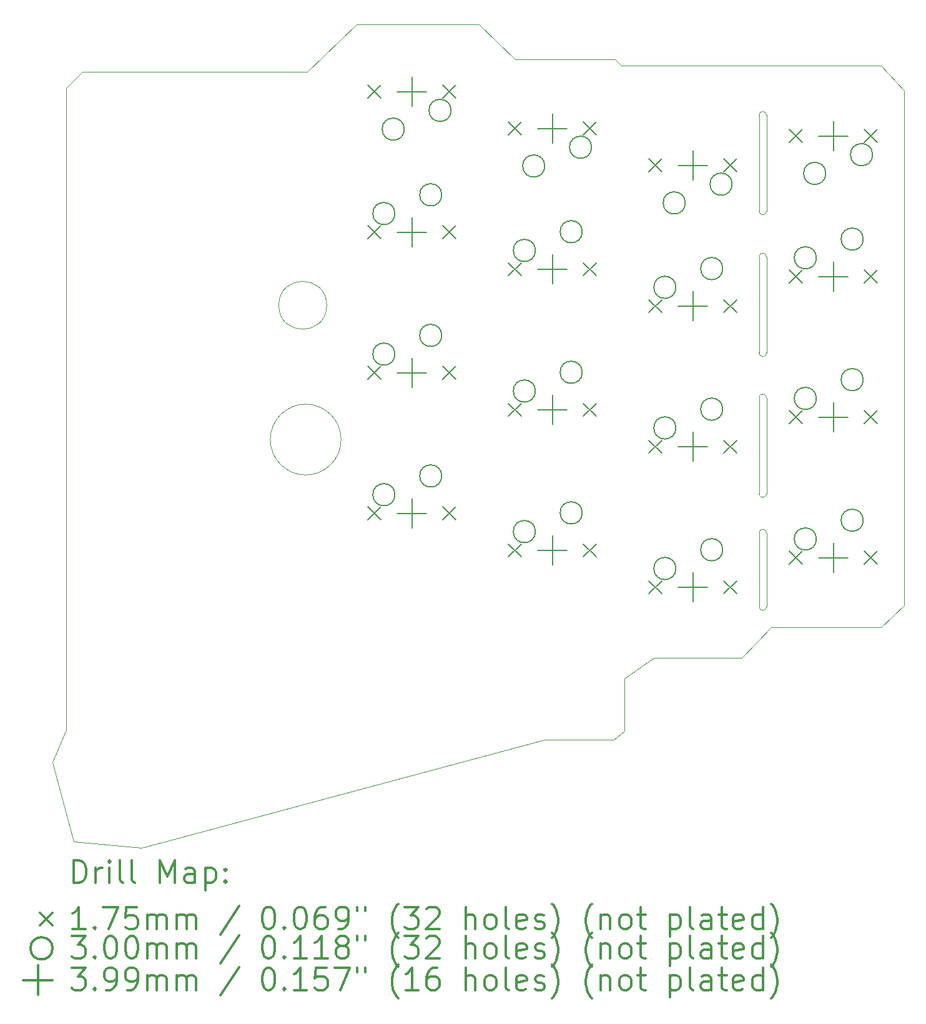
<source format=gbr>
%FSLAX45Y45*%
G04 Gerber Fmt 4.5, Leading zero omitted, Abs format (unit mm)*
G04 Created by KiCad (PCBNEW (5.1.4)-1) date 2023-02-11 17:22:01*
%MOMM*%
%LPD*%
G04 APERTURE LIST*
%ADD10C,0.050000*%
%ADD11C,0.200000*%
%ADD12C,0.300000*%
G04 APERTURE END LIST*
D10*
X24316202Y-57656032D02*
X24711202Y-57241032D01*
X15258251Y-60144663D02*
X14970438Y-59068483D01*
X19091203Y-49066032D02*
X20746203Y-49066032D01*
X21661203Y-58761032D02*
X22581202Y-58761032D01*
X15258251Y-60144663D02*
X16180391Y-60230918D01*
X21661203Y-58761032D02*
X21641203Y-58761032D01*
X26511202Y-56941032D02*
X26201202Y-57241032D01*
X15152190Y-49930639D02*
X15371203Y-49716032D01*
X18421203Y-49716032D02*
X15371203Y-49716032D01*
X22721202Y-58641032D02*
X22581202Y-58761032D01*
X24731202Y-57241032D02*
X24711202Y-57241032D01*
X26201202Y-49626032D02*
X22861202Y-49626032D01*
X21241203Y-49541032D02*
X22596202Y-49541032D01*
X15150249Y-58623435D02*
X14970438Y-59068483D01*
X24648000Y-50298000D02*
X24648000Y-51600000D01*
X24648000Y-51600000D02*
G75*
G02X24548000Y-51600000I-50000J0D01*
G01*
X24650000Y-56960000D02*
G75*
G02X24550000Y-56960000I-50000J0D01*
G01*
X24548000Y-52218000D02*
X24548000Y-53520000D01*
X24548000Y-54128000D02*
G75*
G02X24648000Y-54128000I50000J0D01*
G01*
X22861202Y-49626032D02*
X22681202Y-49626032D01*
X26511202Y-49966032D02*
X26511202Y-56941032D01*
X22721202Y-58641032D02*
X22721202Y-57931032D01*
X24648000Y-54128000D02*
X24648000Y-55430000D01*
X19091203Y-49066032D02*
X18421203Y-49716032D01*
X24648000Y-53520000D02*
G75*
G02X24548000Y-53520000I-50000J0D01*
G01*
X21241203Y-49541032D02*
X20746203Y-49066032D01*
X24316202Y-57656032D02*
X23121202Y-57656032D01*
X24648000Y-52218000D02*
X24648000Y-53520000D01*
X24650000Y-55960000D02*
X24650000Y-56960000D01*
X18880000Y-54695000D02*
G75*
G03X18880000Y-54695000I-480000J0D01*
G01*
X24550000Y-55960000D02*
G75*
G02X24650000Y-55960000I50000J0D01*
G01*
X21641203Y-58761032D02*
X16180391Y-60230918D01*
X22596202Y-49541032D02*
X22681202Y-49626032D01*
X26201202Y-49626032D02*
X26511202Y-49966032D01*
X24911202Y-57241032D02*
X26201202Y-57241032D01*
X24550000Y-55960000D02*
X24550000Y-56960000D01*
X24548000Y-54128000D02*
X24548000Y-55430000D01*
X24548000Y-50298000D02*
G75*
G02X24648000Y-50298000I50000J0D01*
G01*
X15150249Y-58623435D02*
X15152190Y-49930639D01*
X24648000Y-55430000D02*
G75*
G02X24548000Y-55430000I-50000J0D01*
G01*
X18685000Y-52875000D02*
G75*
G03X18685000Y-52875000I-325000J0D01*
G01*
X22721202Y-57931032D02*
X23121202Y-57656032D01*
X24548000Y-50298000D02*
X24548000Y-51600000D01*
X24548000Y-52218000D02*
G75*
G02X24648000Y-52218000I50000J0D01*
G01*
X24731202Y-57241032D02*
X24911202Y-57241032D01*
D11*
X21150703Y-56108532D02*
X21325703Y-56283532D01*
X21325703Y-56108532D02*
X21150703Y-56283532D01*
X22166703Y-56108532D02*
X22341703Y-56283532D01*
X22341703Y-56108532D02*
X22166703Y-56283532D01*
X19245703Y-55608532D02*
X19420703Y-55783532D01*
X19420703Y-55608532D02*
X19245703Y-55783532D01*
X20261703Y-55608532D02*
X20436703Y-55783532D01*
X20436703Y-55608532D02*
X20261703Y-55783532D01*
X24960702Y-54303532D02*
X25135702Y-54478532D01*
X25135702Y-54303532D02*
X24960702Y-54478532D01*
X25976702Y-54303532D02*
X26151702Y-54478532D01*
X26151702Y-54303532D02*
X25976702Y-54478532D01*
X19245703Y-51798532D02*
X19420703Y-51973532D01*
X19420703Y-51798532D02*
X19245703Y-51973532D01*
X20261703Y-51798532D02*
X20436703Y-51973532D01*
X20436703Y-51798532D02*
X20261703Y-51973532D01*
X21150703Y-50392500D02*
X21325703Y-50567500D01*
X21325703Y-50392500D02*
X21150703Y-50567500D01*
X22166703Y-50392500D02*
X22341703Y-50567500D01*
X22341703Y-50392500D02*
X22166703Y-50567500D01*
X24960702Y-52398532D02*
X25135702Y-52573532D01*
X25135702Y-52398532D02*
X24960702Y-52573532D01*
X25976702Y-52398532D02*
X26151702Y-52573532D01*
X26151702Y-52398532D02*
X25976702Y-52573532D01*
X24960702Y-56208532D02*
X25135702Y-56383532D01*
X25135702Y-56208532D02*
X24960702Y-56383532D01*
X25976702Y-56208532D02*
X26151702Y-56383532D01*
X26151702Y-56208532D02*
X25976702Y-56383532D01*
X21150703Y-54203532D02*
X21325703Y-54378532D01*
X21325703Y-54203532D02*
X21150703Y-54378532D01*
X22166703Y-54203532D02*
X22341703Y-54378532D01*
X22341703Y-54203532D02*
X22166703Y-54378532D01*
X23055702Y-56608532D02*
X23230702Y-56783532D01*
X23230702Y-56608532D02*
X23055702Y-56783532D01*
X24071702Y-56608532D02*
X24246702Y-56783532D01*
X24246702Y-56608532D02*
X24071702Y-56783532D01*
X24960702Y-50492500D02*
X25135702Y-50667500D01*
X25135702Y-50492500D02*
X24960702Y-50667500D01*
X25976702Y-50492500D02*
X26151702Y-50667500D01*
X26151702Y-50492500D02*
X25976702Y-50667500D01*
X21150703Y-52298532D02*
X21325703Y-52473532D01*
X21325703Y-52298532D02*
X21150703Y-52473532D01*
X22166703Y-52298532D02*
X22341703Y-52473532D01*
X22341703Y-52298532D02*
X22166703Y-52473532D01*
X23055703Y-54703532D02*
X23230703Y-54878532D01*
X23230703Y-54703532D02*
X23055703Y-54878532D01*
X24071703Y-54703532D02*
X24246703Y-54878532D01*
X24246703Y-54703532D02*
X24071703Y-54878532D01*
X19245703Y-49892500D02*
X19420703Y-50067500D01*
X19420703Y-49892500D02*
X19245703Y-50067500D01*
X20261703Y-49892500D02*
X20436703Y-50067500D01*
X20436703Y-49892500D02*
X20261703Y-50067500D01*
X23055702Y-52798532D02*
X23230702Y-52973532D01*
X23230702Y-52798532D02*
X23055702Y-52973532D01*
X24071702Y-52798532D02*
X24246702Y-52973532D01*
X24246702Y-52798532D02*
X24071702Y-52973532D01*
X23055702Y-50892500D02*
X23230702Y-51067500D01*
X23230702Y-50892500D02*
X23055702Y-51067500D01*
X24071702Y-50892500D02*
X24246702Y-51067500D01*
X24246702Y-50892500D02*
X24071702Y-51067500D01*
X19245703Y-53703532D02*
X19420703Y-53878532D01*
X19420703Y-53703532D02*
X19245703Y-53878532D01*
X20261703Y-53703532D02*
X20436703Y-53878532D01*
X20436703Y-53703532D02*
X20261703Y-53878532D01*
X21515203Y-55942032D02*
G75*
G03X21515203Y-55942032I-150000J0D01*
G01*
X22150203Y-55688032D02*
G75*
G03X22150203Y-55688032I-150000J0D01*
G01*
X19610203Y-55442032D02*
G75*
G03X19610203Y-55442032I-150000J0D01*
G01*
X20245203Y-55188032D02*
G75*
G03X20245203Y-55188032I-150000J0D01*
G01*
X25325202Y-54137032D02*
G75*
G03X25325202Y-54137032I-150000J0D01*
G01*
X25960202Y-53883032D02*
G75*
G03X25960202Y-53883032I-150000J0D01*
G01*
X19610203Y-51632032D02*
G75*
G03X19610203Y-51632032I-150000J0D01*
G01*
X20245203Y-51378032D02*
G75*
G03X20245203Y-51378032I-150000J0D01*
G01*
X21642203Y-50988000D02*
G75*
G03X21642203Y-50988000I-150000J0D01*
G01*
X22277203Y-50734000D02*
G75*
G03X22277203Y-50734000I-150000J0D01*
G01*
X25325202Y-52232032D02*
G75*
G03X25325202Y-52232032I-150000J0D01*
G01*
X25960202Y-51978032D02*
G75*
G03X25960202Y-51978032I-150000J0D01*
G01*
X25325202Y-56042032D02*
G75*
G03X25325202Y-56042032I-150000J0D01*
G01*
X25960202Y-55788032D02*
G75*
G03X25960202Y-55788032I-150000J0D01*
G01*
X21515203Y-54037032D02*
G75*
G03X21515203Y-54037032I-150000J0D01*
G01*
X22150203Y-53783032D02*
G75*
G03X22150203Y-53783032I-150000J0D01*
G01*
X23420202Y-56442032D02*
G75*
G03X23420202Y-56442032I-150000J0D01*
G01*
X24055202Y-56188032D02*
G75*
G03X24055202Y-56188032I-150000J0D01*
G01*
X25452202Y-51088000D02*
G75*
G03X25452202Y-51088000I-150000J0D01*
G01*
X26087202Y-50834000D02*
G75*
G03X26087202Y-50834000I-150000J0D01*
G01*
X21515203Y-52132032D02*
G75*
G03X21515203Y-52132032I-150000J0D01*
G01*
X22150203Y-51878032D02*
G75*
G03X22150203Y-51878032I-150000J0D01*
G01*
X23420203Y-54537032D02*
G75*
G03X23420203Y-54537032I-150000J0D01*
G01*
X24055203Y-54283032D02*
G75*
G03X24055203Y-54283032I-150000J0D01*
G01*
X19737203Y-50488000D02*
G75*
G03X19737203Y-50488000I-150000J0D01*
G01*
X20372203Y-50234000D02*
G75*
G03X20372203Y-50234000I-150000J0D01*
G01*
X23420202Y-52632032D02*
G75*
G03X23420202Y-52632032I-150000J0D01*
G01*
X24055202Y-52378032D02*
G75*
G03X24055202Y-52378032I-150000J0D01*
G01*
X23547202Y-51488000D02*
G75*
G03X23547202Y-51488000I-150000J0D01*
G01*
X24182202Y-51234000D02*
G75*
G03X24182202Y-51234000I-150000J0D01*
G01*
X19610203Y-53537032D02*
G75*
G03X19610203Y-53537032I-150000J0D01*
G01*
X20245203Y-53283032D02*
G75*
G03X20245203Y-53283032I-150000J0D01*
G01*
X21746203Y-52186642D02*
X21746203Y-52585422D01*
X21546813Y-52386032D02*
X21945593Y-52386032D01*
X23651203Y-54591642D02*
X23651203Y-54990422D01*
X23451813Y-54791032D02*
X23850593Y-54791032D01*
X19841203Y-49780610D02*
X19841203Y-50179390D01*
X19641813Y-49980000D02*
X20040593Y-49980000D01*
X23651202Y-52686642D02*
X23651202Y-53085422D01*
X23451812Y-52886032D02*
X23850592Y-52886032D01*
X23651202Y-50780610D02*
X23651202Y-51179390D01*
X23451812Y-50980000D02*
X23850592Y-50980000D01*
X19841203Y-53591642D02*
X19841203Y-53990422D01*
X19641813Y-53791032D02*
X20040593Y-53791032D01*
X21746203Y-55996642D02*
X21746203Y-56395422D01*
X21546813Y-56196032D02*
X21945593Y-56196032D01*
X19841203Y-55496642D02*
X19841203Y-55895422D01*
X19641813Y-55696032D02*
X20040593Y-55696032D01*
X25556202Y-54191642D02*
X25556202Y-54590422D01*
X25356812Y-54391032D02*
X25755592Y-54391032D01*
X19841203Y-51686642D02*
X19841203Y-52085422D01*
X19641813Y-51886032D02*
X20040593Y-51886032D01*
X21746203Y-50280610D02*
X21746203Y-50679390D01*
X21546813Y-50480000D02*
X21945593Y-50480000D01*
X25556202Y-52286642D02*
X25556202Y-52685422D01*
X25356812Y-52486032D02*
X25755592Y-52486032D01*
X25556202Y-56096642D02*
X25556202Y-56495422D01*
X25356812Y-56296032D02*
X25755592Y-56296032D01*
X21746203Y-54091642D02*
X21746203Y-54490422D01*
X21546813Y-54291032D02*
X21945593Y-54291032D01*
X23651202Y-56496642D02*
X23651202Y-56895422D01*
X23451812Y-56696032D02*
X23850592Y-56696032D01*
X25556202Y-50380610D02*
X25556202Y-50779390D01*
X25356812Y-50580000D02*
X25755592Y-50580000D01*
D12*
X15254366Y-60699133D02*
X15254366Y-60399133D01*
X15325795Y-60399133D01*
X15368652Y-60413419D01*
X15397223Y-60441990D01*
X15411509Y-60470561D01*
X15425795Y-60527704D01*
X15425795Y-60570561D01*
X15411509Y-60627704D01*
X15397223Y-60656276D01*
X15368652Y-60684847D01*
X15325795Y-60699133D01*
X15254366Y-60699133D01*
X15554366Y-60699133D02*
X15554366Y-60499133D01*
X15554366Y-60556276D02*
X15568652Y-60527704D01*
X15582938Y-60513419D01*
X15611509Y-60499133D01*
X15640080Y-60499133D01*
X15740080Y-60699133D02*
X15740080Y-60499133D01*
X15740080Y-60399133D02*
X15725795Y-60413419D01*
X15740080Y-60427704D01*
X15754366Y-60413419D01*
X15740080Y-60399133D01*
X15740080Y-60427704D01*
X15925795Y-60699133D02*
X15897223Y-60684847D01*
X15882938Y-60656276D01*
X15882938Y-60399133D01*
X16082938Y-60699133D02*
X16054366Y-60684847D01*
X16040080Y-60656276D01*
X16040080Y-60399133D01*
X16425795Y-60699133D02*
X16425795Y-60399133D01*
X16525795Y-60613419D01*
X16625795Y-60399133D01*
X16625795Y-60699133D01*
X16897223Y-60699133D02*
X16897223Y-60541990D01*
X16882938Y-60513419D01*
X16854366Y-60499133D01*
X16797223Y-60499133D01*
X16768652Y-60513419D01*
X16897223Y-60684847D02*
X16868652Y-60699133D01*
X16797223Y-60699133D01*
X16768652Y-60684847D01*
X16754366Y-60656276D01*
X16754366Y-60627704D01*
X16768652Y-60599133D01*
X16797223Y-60584847D01*
X16868652Y-60584847D01*
X16897223Y-60570561D01*
X17040081Y-60499133D02*
X17040081Y-60799133D01*
X17040081Y-60513419D02*
X17068652Y-60499133D01*
X17125795Y-60499133D01*
X17154366Y-60513419D01*
X17168652Y-60527704D01*
X17182938Y-60556276D01*
X17182938Y-60641990D01*
X17168652Y-60670561D01*
X17154366Y-60684847D01*
X17125795Y-60699133D01*
X17068652Y-60699133D01*
X17040081Y-60684847D01*
X17311509Y-60670561D02*
X17325795Y-60684847D01*
X17311509Y-60699133D01*
X17297223Y-60684847D01*
X17311509Y-60670561D01*
X17311509Y-60699133D01*
X17311509Y-60513419D02*
X17325795Y-60527704D01*
X17311509Y-60541990D01*
X17297223Y-60527704D01*
X17311509Y-60513419D01*
X17311509Y-60541990D01*
X14792938Y-61105919D02*
X14967938Y-61280919D01*
X14967938Y-61105919D02*
X14792938Y-61280919D01*
X15411509Y-61329133D02*
X15240080Y-61329133D01*
X15325795Y-61329133D02*
X15325795Y-61029133D01*
X15297223Y-61071990D01*
X15268652Y-61100561D01*
X15240080Y-61114847D01*
X15540080Y-61300561D02*
X15554366Y-61314847D01*
X15540080Y-61329133D01*
X15525795Y-61314847D01*
X15540080Y-61300561D01*
X15540080Y-61329133D01*
X15654366Y-61029133D02*
X15854366Y-61029133D01*
X15725795Y-61329133D01*
X16111509Y-61029133D02*
X15968652Y-61029133D01*
X15954366Y-61171990D01*
X15968652Y-61157704D01*
X15997223Y-61143419D01*
X16068652Y-61143419D01*
X16097223Y-61157704D01*
X16111509Y-61171990D01*
X16125795Y-61200561D01*
X16125795Y-61271990D01*
X16111509Y-61300561D01*
X16097223Y-61314847D01*
X16068652Y-61329133D01*
X15997223Y-61329133D01*
X15968652Y-61314847D01*
X15954366Y-61300561D01*
X16254366Y-61329133D02*
X16254366Y-61129133D01*
X16254366Y-61157704D02*
X16268652Y-61143419D01*
X16297223Y-61129133D01*
X16340080Y-61129133D01*
X16368652Y-61143419D01*
X16382938Y-61171990D01*
X16382938Y-61329133D01*
X16382938Y-61171990D02*
X16397223Y-61143419D01*
X16425795Y-61129133D01*
X16468652Y-61129133D01*
X16497223Y-61143419D01*
X16511509Y-61171990D01*
X16511509Y-61329133D01*
X16654366Y-61329133D02*
X16654366Y-61129133D01*
X16654366Y-61157704D02*
X16668652Y-61143419D01*
X16697223Y-61129133D01*
X16740080Y-61129133D01*
X16768652Y-61143419D01*
X16782938Y-61171990D01*
X16782938Y-61329133D01*
X16782938Y-61171990D02*
X16797223Y-61143419D01*
X16825795Y-61129133D01*
X16868652Y-61129133D01*
X16897223Y-61143419D01*
X16911509Y-61171990D01*
X16911509Y-61329133D01*
X17497223Y-61014847D02*
X17240081Y-61400561D01*
X17882938Y-61029133D02*
X17911509Y-61029133D01*
X17940081Y-61043419D01*
X17954366Y-61057704D01*
X17968652Y-61086276D01*
X17982938Y-61143419D01*
X17982938Y-61214847D01*
X17968652Y-61271990D01*
X17954366Y-61300561D01*
X17940081Y-61314847D01*
X17911509Y-61329133D01*
X17882938Y-61329133D01*
X17854366Y-61314847D01*
X17840081Y-61300561D01*
X17825795Y-61271990D01*
X17811509Y-61214847D01*
X17811509Y-61143419D01*
X17825795Y-61086276D01*
X17840081Y-61057704D01*
X17854366Y-61043419D01*
X17882938Y-61029133D01*
X18111509Y-61300561D02*
X18125795Y-61314847D01*
X18111509Y-61329133D01*
X18097223Y-61314847D01*
X18111509Y-61300561D01*
X18111509Y-61329133D01*
X18311509Y-61029133D02*
X18340081Y-61029133D01*
X18368652Y-61043419D01*
X18382938Y-61057704D01*
X18397223Y-61086276D01*
X18411509Y-61143419D01*
X18411509Y-61214847D01*
X18397223Y-61271990D01*
X18382938Y-61300561D01*
X18368652Y-61314847D01*
X18340081Y-61329133D01*
X18311509Y-61329133D01*
X18282938Y-61314847D01*
X18268652Y-61300561D01*
X18254366Y-61271990D01*
X18240081Y-61214847D01*
X18240081Y-61143419D01*
X18254366Y-61086276D01*
X18268652Y-61057704D01*
X18282938Y-61043419D01*
X18311509Y-61029133D01*
X18668652Y-61029133D02*
X18611509Y-61029133D01*
X18582938Y-61043419D01*
X18568652Y-61057704D01*
X18540081Y-61100561D01*
X18525795Y-61157704D01*
X18525795Y-61271990D01*
X18540081Y-61300561D01*
X18554366Y-61314847D01*
X18582938Y-61329133D01*
X18640081Y-61329133D01*
X18668652Y-61314847D01*
X18682938Y-61300561D01*
X18697223Y-61271990D01*
X18697223Y-61200561D01*
X18682938Y-61171990D01*
X18668652Y-61157704D01*
X18640081Y-61143419D01*
X18582938Y-61143419D01*
X18554366Y-61157704D01*
X18540081Y-61171990D01*
X18525795Y-61200561D01*
X18840081Y-61329133D02*
X18897223Y-61329133D01*
X18925795Y-61314847D01*
X18940081Y-61300561D01*
X18968652Y-61257704D01*
X18982938Y-61200561D01*
X18982938Y-61086276D01*
X18968652Y-61057704D01*
X18954366Y-61043419D01*
X18925795Y-61029133D01*
X18868652Y-61029133D01*
X18840081Y-61043419D01*
X18825795Y-61057704D01*
X18811509Y-61086276D01*
X18811509Y-61157704D01*
X18825795Y-61186276D01*
X18840081Y-61200561D01*
X18868652Y-61214847D01*
X18925795Y-61214847D01*
X18954366Y-61200561D01*
X18968652Y-61186276D01*
X18982938Y-61157704D01*
X19097223Y-61029133D02*
X19097223Y-61086276D01*
X19211509Y-61029133D02*
X19211509Y-61086276D01*
X19654366Y-61443419D02*
X19640081Y-61429133D01*
X19611509Y-61386276D01*
X19597223Y-61357704D01*
X19582938Y-61314847D01*
X19568652Y-61243419D01*
X19568652Y-61186276D01*
X19582938Y-61114847D01*
X19597223Y-61071990D01*
X19611509Y-61043419D01*
X19640081Y-61000561D01*
X19654366Y-60986276D01*
X19740081Y-61029133D02*
X19925795Y-61029133D01*
X19825795Y-61143419D01*
X19868652Y-61143419D01*
X19897223Y-61157704D01*
X19911509Y-61171990D01*
X19925795Y-61200561D01*
X19925795Y-61271990D01*
X19911509Y-61300561D01*
X19897223Y-61314847D01*
X19868652Y-61329133D01*
X19782938Y-61329133D01*
X19754366Y-61314847D01*
X19740081Y-61300561D01*
X20040081Y-61057704D02*
X20054366Y-61043419D01*
X20082938Y-61029133D01*
X20154366Y-61029133D01*
X20182938Y-61043419D01*
X20197223Y-61057704D01*
X20211509Y-61086276D01*
X20211509Y-61114847D01*
X20197223Y-61157704D01*
X20025795Y-61329133D01*
X20211509Y-61329133D01*
X20568652Y-61329133D02*
X20568652Y-61029133D01*
X20697223Y-61329133D02*
X20697223Y-61171990D01*
X20682938Y-61143419D01*
X20654366Y-61129133D01*
X20611509Y-61129133D01*
X20582938Y-61143419D01*
X20568652Y-61157704D01*
X20882938Y-61329133D02*
X20854366Y-61314847D01*
X20840081Y-61300561D01*
X20825795Y-61271990D01*
X20825795Y-61186276D01*
X20840081Y-61157704D01*
X20854366Y-61143419D01*
X20882938Y-61129133D01*
X20925795Y-61129133D01*
X20954366Y-61143419D01*
X20968652Y-61157704D01*
X20982938Y-61186276D01*
X20982938Y-61271990D01*
X20968652Y-61300561D01*
X20954366Y-61314847D01*
X20925795Y-61329133D01*
X20882938Y-61329133D01*
X21154366Y-61329133D02*
X21125795Y-61314847D01*
X21111509Y-61286276D01*
X21111509Y-61029133D01*
X21382938Y-61314847D02*
X21354366Y-61329133D01*
X21297223Y-61329133D01*
X21268652Y-61314847D01*
X21254366Y-61286276D01*
X21254366Y-61171990D01*
X21268652Y-61143419D01*
X21297223Y-61129133D01*
X21354366Y-61129133D01*
X21382938Y-61143419D01*
X21397223Y-61171990D01*
X21397223Y-61200561D01*
X21254366Y-61229133D01*
X21511509Y-61314847D02*
X21540081Y-61329133D01*
X21597223Y-61329133D01*
X21625795Y-61314847D01*
X21640081Y-61286276D01*
X21640081Y-61271990D01*
X21625795Y-61243419D01*
X21597223Y-61229133D01*
X21554366Y-61229133D01*
X21525795Y-61214847D01*
X21511509Y-61186276D01*
X21511509Y-61171990D01*
X21525795Y-61143419D01*
X21554366Y-61129133D01*
X21597223Y-61129133D01*
X21625795Y-61143419D01*
X21740081Y-61443419D02*
X21754366Y-61429133D01*
X21782938Y-61386276D01*
X21797223Y-61357704D01*
X21811509Y-61314847D01*
X21825795Y-61243419D01*
X21825795Y-61186276D01*
X21811509Y-61114847D01*
X21797223Y-61071990D01*
X21782938Y-61043419D01*
X21754366Y-61000561D01*
X21740081Y-60986276D01*
X22282938Y-61443419D02*
X22268652Y-61429133D01*
X22240081Y-61386276D01*
X22225795Y-61357704D01*
X22211509Y-61314847D01*
X22197223Y-61243419D01*
X22197223Y-61186276D01*
X22211509Y-61114847D01*
X22225795Y-61071990D01*
X22240081Y-61043419D01*
X22268652Y-61000561D01*
X22282938Y-60986276D01*
X22397223Y-61129133D02*
X22397223Y-61329133D01*
X22397223Y-61157704D02*
X22411509Y-61143419D01*
X22440080Y-61129133D01*
X22482938Y-61129133D01*
X22511509Y-61143419D01*
X22525795Y-61171990D01*
X22525795Y-61329133D01*
X22711509Y-61329133D02*
X22682938Y-61314847D01*
X22668652Y-61300561D01*
X22654366Y-61271990D01*
X22654366Y-61186276D01*
X22668652Y-61157704D01*
X22682938Y-61143419D01*
X22711509Y-61129133D01*
X22754366Y-61129133D01*
X22782938Y-61143419D01*
X22797223Y-61157704D01*
X22811509Y-61186276D01*
X22811509Y-61271990D01*
X22797223Y-61300561D01*
X22782938Y-61314847D01*
X22754366Y-61329133D01*
X22711509Y-61329133D01*
X22897223Y-61129133D02*
X23011509Y-61129133D01*
X22940080Y-61029133D02*
X22940080Y-61286276D01*
X22954366Y-61314847D01*
X22982938Y-61329133D01*
X23011509Y-61329133D01*
X23340080Y-61129133D02*
X23340080Y-61429133D01*
X23340080Y-61143419D02*
X23368652Y-61129133D01*
X23425795Y-61129133D01*
X23454366Y-61143419D01*
X23468652Y-61157704D01*
X23482938Y-61186276D01*
X23482938Y-61271990D01*
X23468652Y-61300561D01*
X23454366Y-61314847D01*
X23425795Y-61329133D01*
X23368652Y-61329133D01*
X23340080Y-61314847D01*
X23654366Y-61329133D02*
X23625795Y-61314847D01*
X23611509Y-61286276D01*
X23611509Y-61029133D01*
X23897223Y-61329133D02*
X23897223Y-61171990D01*
X23882938Y-61143419D01*
X23854366Y-61129133D01*
X23797223Y-61129133D01*
X23768652Y-61143419D01*
X23897223Y-61314847D02*
X23868652Y-61329133D01*
X23797223Y-61329133D01*
X23768652Y-61314847D01*
X23754366Y-61286276D01*
X23754366Y-61257704D01*
X23768652Y-61229133D01*
X23797223Y-61214847D01*
X23868652Y-61214847D01*
X23897223Y-61200561D01*
X23997223Y-61129133D02*
X24111509Y-61129133D01*
X24040080Y-61029133D02*
X24040080Y-61286276D01*
X24054366Y-61314847D01*
X24082938Y-61329133D01*
X24111509Y-61329133D01*
X24325795Y-61314847D02*
X24297223Y-61329133D01*
X24240080Y-61329133D01*
X24211509Y-61314847D01*
X24197223Y-61286276D01*
X24197223Y-61171990D01*
X24211509Y-61143419D01*
X24240080Y-61129133D01*
X24297223Y-61129133D01*
X24325795Y-61143419D01*
X24340080Y-61171990D01*
X24340080Y-61200561D01*
X24197223Y-61229133D01*
X24597223Y-61329133D02*
X24597223Y-61029133D01*
X24597223Y-61314847D02*
X24568652Y-61329133D01*
X24511509Y-61329133D01*
X24482938Y-61314847D01*
X24468652Y-61300561D01*
X24454366Y-61271990D01*
X24454366Y-61186276D01*
X24468652Y-61157704D01*
X24482938Y-61143419D01*
X24511509Y-61129133D01*
X24568652Y-61129133D01*
X24597223Y-61143419D01*
X24711509Y-61443419D02*
X24725795Y-61429133D01*
X24754366Y-61386276D01*
X24768652Y-61357704D01*
X24782938Y-61314847D01*
X24797223Y-61243419D01*
X24797223Y-61186276D01*
X24782938Y-61114847D01*
X24768652Y-61071990D01*
X24754366Y-61043419D01*
X24725795Y-61000561D01*
X24711509Y-60986276D01*
X14967938Y-61589419D02*
G75*
G03X14967938Y-61589419I-150000J0D01*
G01*
X15225795Y-61425133D02*
X15411509Y-61425133D01*
X15311509Y-61539419D01*
X15354366Y-61539419D01*
X15382938Y-61553704D01*
X15397223Y-61567990D01*
X15411509Y-61596561D01*
X15411509Y-61667990D01*
X15397223Y-61696561D01*
X15382938Y-61710847D01*
X15354366Y-61725133D01*
X15268652Y-61725133D01*
X15240080Y-61710847D01*
X15225795Y-61696561D01*
X15540080Y-61696561D02*
X15554366Y-61710847D01*
X15540080Y-61725133D01*
X15525795Y-61710847D01*
X15540080Y-61696561D01*
X15540080Y-61725133D01*
X15740080Y-61425133D02*
X15768652Y-61425133D01*
X15797223Y-61439419D01*
X15811509Y-61453704D01*
X15825795Y-61482276D01*
X15840080Y-61539419D01*
X15840080Y-61610847D01*
X15825795Y-61667990D01*
X15811509Y-61696561D01*
X15797223Y-61710847D01*
X15768652Y-61725133D01*
X15740080Y-61725133D01*
X15711509Y-61710847D01*
X15697223Y-61696561D01*
X15682938Y-61667990D01*
X15668652Y-61610847D01*
X15668652Y-61539419D01*
X15682938Y-61482276D01*
X15697223Y-61453704D01*
X15711509Y-61439419D01*
X15740080Y-61425133D01*
X16025795Y-61425133D02*
X16054366Y-61425133D01*
X16082938Y-61439419D01*
X16097223Y-61453704D01*
X16111509Y-61482276D01*
X16125795Y-61539419D01*
X16125795Y-61610847D01*
X16111509Y-61667990D01*
X16097223Y-61696561D01*
X16082938Y-61710847D01*
X16054366Y-61725133D01*
X16025795Y-61725133D01*
X15997223Y-61710847D01*
X15982938Y-61696561D01*
X15968652Y-61667990D01*
X15954366Y-61610847D01*
X15954366Y-61539419D01*
X15968652Y-61482276D01*
X15982938Y-61453704D01*
X15997223Y-61439419D01*
X16025795Y-61425133D01*
X16254366Y-61725133D02*
X16254366Y-61525133D01*
X16254366Y-61553704D02*
X16268652Y-61539419D01*
X16297223Y-61525133D01*
X16340080Y-61525133D01*
X16368652Y-61539419D01*
X16382938Y-61567990D01*
X16382938Y-61725133D01*
X16382938Y-61567990D02*
X16397223Y-61539419D01*
X16425795Y-61525133D01*
X16468652Y-61525133D01*
X16497223Y-61539419D01*
X16511509Y-61567990D01*
X16511509Y-61725133D01*
X16654366Y-61725133D02*
X16654366Y-61525133D01*
X16654366Y-61553704D02*
X16668652Y-61539419D01*
X16697223Y-61525133D01*
X16740080Y-61525133D01*
X16768652Y-61539419D01*
X16782938Y-61567990D01*
X16782938Y-61725133D01*
X16782938Y-61567990D02*
X16797223Y-61539419D01*
X16825795Y-61525133D01*
X16868652Y-61525133D01*
X16897223Y-61539419D01*
X16911509Y-61567990D01*
X16911509Y-61725133D01*
X17497223Y-61410847D02*
X17240081Y-61796561D01*
X17882938Y-61425133D02*
X17911509Y-61425133D01*
X17940081Y-61439419D01*
X17954366Y-61453704D01*
X17968652Y-61482276D01*
X17982938Y-61539419D01*
X17982938Y-61610847D01*
X17968652Y-61667990D01*
X17954366Y-61696561D01*
X17940081Y-61710847D01*
X17911509Y-61725133D01*
X17882938Y-61725133D01*
X17854366Y-61710847D01*
X17840081Y-61696561D01*
X17825795Y-61667990D01*
X17811509Y-61610847D01*
X17811509Y-61539419D01*
X17825795Y-61482276D01*
X17840081Y-61453704D01*
X17854366Y-61439419D01*
X17882938Y-61425133D01*
X18111509Y-61696561D02*
X18125795Y-61710847D01*
X18111509Y-61725133D01*
X18097223Y-61710847D01*
X18111509Y-61696561D01*
X18111509Y-61725133D01*
X18411509Y-61725133D02*
X18240081Y-61725133D01*
X18325795Y-61725133D02*
X18325795Y-61425133D01*
X18297223Y-61467990D01*
X18268652Y-61496561D01*
X18240081Y-61510847D01*
X18697223Y-61725133D02*
X18525795Y-61725133D01*
X18611509Y-61725133D02*
X18611509Y-61425133D01*
X18582938Y-61467990D01*
X18554366Y-61496561D01*
X18525795Y-61510847D01*
X18868652Y-61553704D02*
X18840081Y-61539419D01*
X18825795Y-61525133D01*
X18811509Y-61496561D01*
X18811509Y-61482276D01*
X18825795Y-61453704D01*
X18840081Y-61439419D01*
X18868652Y-61425133D01*
X18925795Y-61425133D01*
X18954366Y-61439419D01*
X18968652Y-61453704D01*
X18982938Y-61482276D01*
X18982938Y-61496561D01*
X18968652Y-61525133D01*
X18954366Y-61539419D01*
X18925795Y-61553704D01*
X18868652Y-61553704D01*
X18840081Y-61567990D01*
X18825795Y-61582276D01*
X18811509Y-61610847D01*
X18811509Y-61667990D01*
X18825795Y-61696561D01*
X18840081Y-61710847D01*
X18868652Y-61725133D01*
X18925795Y-61725133D01*
X18954366Y-61710847D01*
X18968652Y-61696561D01*
X18982938Y-61667990D01*
X18982938Y-61610847D01*
X18968652Y-61582276D01*
X18954366Y-61567990D01*
X18925795Y-61553704D01*
X19097223Y-61425133D02*
X19097223Y-61482276D01*
X19211509Y-61425133D02*
X19211509Y-61482276D01*
X19654366Y-61839419D02*
X19640081Y-61825133D01*
X19611509Y-61782276D01*
X19597223Y-61753704D01*
X19582938Y-61710847D01*
X19568652Y-61639419D01*
X19568652Y-61582276D01*
X19582938Y-61510847D01*
X19597223Y-61467990D01*
X19611509Y-61439419D01*
X19640081Y-61396561D01*
X19654366Y-61382276D01*
X19740081Y-61425133D02*
X19925795Y-61425133D01*
X19825795Y-61539419D01*
X19868652Y-61539419D01*
X19897223Y-61553704D01*
X19911509Y-61567990D01*
X19925795Y-61596561D01*
X19925795Y-61667990D01*
X19911509Y-61696561D01*
X19897223Y-61710847D01*
X19868652Y-61725133D01*
X19782938Y-61725133D01*
X19754366Y-61710847D01*
X19740081Y-61696561D01*
X20040081Y-61453704D02*
X20054366Y-61439419D01*
X20082938Y-61425133D01*
X20154366Y-61425133D01*
X20182938Y-61439419D01*
X20197223Y-61453704D01*
X20211509Y-61482276D01*
X20211509Y-61510847D01*
X20197223Y-61553704D01*
X20025795Y-61725133D01*
X20211509Y-61725133D01*
X20568652Y-61725133D02*
X20568652Y-61425133D01*
X20697223Y-61725133D02*
X20697223Y-61567990D01*
X20682938Y-61539419D01*
X20654366Y-61525133D01*
X20611509Y-61525133D01*
X20582938Y-61539419D01*
X20568652Y-61553704D01*
X20882938Y-61725133D02*
X20854366Y-61710847D01*
X20840081Y-61696561D01*
X20825795Y-61667990D01*
X20825795Y-61582276D01*
X20840081Y-61553704D01*
X20854366Y-61539419D01*
X20882938Y-61525133D01*
X20925795Y-61525133D01*
X20954366Y-61539419D01*
X20968652Y-61553704D01*
X20982938Y-61582276D01*
X20982938Y-61667990D01*
X20968652Y-61696561D01*
X20954366Y-61710847D01*
X20925795Y-61725133D01*
X20882938Y-61725133D01*
X21154366Y-61725133D02*
X21125795Y-61710847D01*
X21111509Y-61682276D01*
X21111509Y-61425133D01*
X21382938Y-61710847D02*
X21354366Y-61725133D01*
X21297223Y-61725133D01*
X21268652Y-61710847D01*
X21254366Y-61682276D01*
X21254366Y-61567990D01*
X21268652Y-61539419D01*
X21297223Y-61525133D01*
X21354366Y-61525133D01*
X21382938Y-61539419D01*
X21397223Y-61567990D01*
X21397223Y-61596561D01*
X21254366Y-61625133D01*
X21511509Y-61710847D02*
X21540081Y-61725133D01*
X21597223Y-61725133D01*
X21625795Y-61710847D01*
X21640081Y-61682276D01*
X21640081Y-61667990D01*
X21625795Y-61639419D01*
X21597223Y-61625133D01*
X21554366Y-61625133D01*
X21525795Y-61610847D01*
X21511509Y-61582276D01*
X21511509Y-61567990D01*
X21525795Y-61539419D01*
X21554366Y-61525133D01*
X21597223Y-61525133D01*
X21625795Y-61539419D01*
X21740081Y-61839419D02*
X21754366Y-61825133D01*
X21782938Y-61782276D01*
X21797223Y-61753704D01*
X21811509Y-61710847D01*
X21825795Y-61639419D01*
X21825795Y-61582276D01*
X21811509Y-61510847D01*
X21797223Y-61467990D01*
X21782938Y-61439419D01*
X21754366Y-61396561D01*
X21740081Y-61382276D01*
X22282938Y-61839419D02*
X22268652Y-61825133D01*
X22240081Y-61782276D01*
X22225795Y-61753704D01*
X22211509Y-61710847D01*
X22197223Y-61639419D01*
X22197223Y-61582276D01*
X22211509Y-61510847D01*
X22225795Y-61467990D01*
X22240081Y-61439419D01*
X22268652Y-61396561D01*
X22282938Y-61382276D01*
X22397223Y-61525133D02*
X22397223Y-61725133D01*
X22397223Y-61553704D02*
X22411509Y-61539419D01*
X22440080Y-61525133D01*
X22482938Y-61525133D01*
X22511509Y-61539419D01*
X22525795Y-61567990D01*
X22525795Y-61725133D01*
X22711509Y-61725133D02*
X22682938Y-61710847D01*
X22668652Y-61696561D01*
X22654366Y-61667990D01*
X22654366Y-61582276D01*
X22668652Y-61553704D01*
X22682938Y-61539419D01*
X22711509Y-61525133D01*
X22754366Y-61525133D01*
X22782938Y-61539419D01*
X22797223Y-61553704D01*
X22811509Y-61582276D01*
X22811509Y-61667990D01*
X22797223Y-61696561D01*
X22782938Y-61710847D01*
X22754366Y-61725133D01*
X22711509Y-61725133D01*
X22897223Y-61525133D02*
X23011509Y-61525133D01*
X22940080Y-61425133D02*
X22940080Y-61682276D01*
X22954366Y-61710847D01*
X22982938Y-61725133D01*
X23011509Y-61725133D01*
X23340080Y-61525133D02*
X23340080Y-61825133D01*
X23340080Y-61539419D02*
X23368652Y-61525133D01*
X23425795Y-61525133D01*
X23454366Y-61539419D01*
X23468652Y-61553704D01*
X23482938Y-61582276D01*
X23482938Y-61667990D01*
X23468652Y-61696561D01*
X23454366Y-61710847D01*
X23425795Y-61725133D01*
X23368652Y-61725133D01*
X23340080Y-61710847D01*
X23654366Y-61725133D02*
X23625795Y-61710847D01*
X23611509Y-61682276D01*
X23611509Y-61425133D01*
X23897223Y-61725133D02*
X23897223Y-61567990D01*
X23882938Y-61539419D01*
X23854366Y-61525133D01*
X23797223Y-61525133D01*
X23768652Y-61539419D01*
X23897223Y-61710847D02*
X23868652Y-61725133D01*
X23797223Y-61725133D01*
X23768652Y-61710847D01*
X23754366Y-61682276D01*
X23754366Y-61653704D01*
X23768652Y-61625133D01*
X23797223Y-61610847D01*
X23868652Y-61610847D01*
X23897223Y-61596561D01*
X23997223Y-61525133D02*
X24111509Y-61525133D01*
X24040080Y-61425133D02*
X24040080Y-61682276D01*
X24054366Y-61710847D01*
X24082938Y-61725133D01*
X24111509Y-61725133D01*
X24325795Y-61710847D02*
X24297223Y-61725133D01*
X24240080Y-61725133D01*
X24211509Y-61710847D01*
X24197223Y-61682276D01*
X24197223Y-61567990D01*
X24211509Y-61539419D01*
X24240080Y-61525133D01*
X24297223Y-61525133D01*
X24325795Y-61539419D01*
X24340080Y-61567990D01*
X24340080Y-61596561D01*
X24197223Y-61625133D01*
X24597223Y-61725133D02*
X24597223Y-61425133D01*
X24597223Y-61710847D02*
X24568652Y-61725133D01*
X24511509Y-61725133D01*
X24482938Y-61710847D01*
X24468652Y-61696561D01*
X24454366Y-61667990D01*
X24454366Y-61582276D01*
X24468652Y-61553704D01*
X24482938Y-61539419D01*
X24511509Y-61525133D01*
X24568652Y-61525133D01*
X24597223Y-61539419D01*
X24711509Y-61839419D02*
X24725795Y-61825133D01*
X24754366Y-61782276D01*
X24768652Y-61753704D01*
X24782938Y-61710847D01*
X24797223Y-61639419D01*
X24797223Y-61582276D01*
X24782938Y-61510847D01*
X24768652Y-61467990D01*
X24754366Y-61439419D01*
X24725795Y-61396561D01*
X24711509Y-61382276D01*
X14768548Y-61820029D02*
X14768548Y-62218809D01*
X14569158Y-62019419D02*
X14967938Y-62019419D01*
X15225795Y-61855133D02*
X15411509Y-61855133D01*
X15311509Y-61969419D01*
X15354366Y-61969419D01*
X15382938Y-61983704D01*
X15397223Y-61997990D01*
X15411509Y-62026561D01*
X15411509Y-62097990D01*
X15397223Y-62126561D01*
X15382938Y-62140847D01*
X15354366Y-62155133D01*
X15268652Y-62155133D01*
X15240080Y-62140847D01*
X15225795Y-62126561D01*
X15540080Y-62126561D02*
X15554366Y-62140847D01*
X15540080Y-62155133D01*
X15525795Y-62140847D01*
X15540080Y-62126561D01*
X15540080Y-62155133D01*
X15697223Y-62155133D02*
X15754366Y-62155133D01*
X15782938Y-62140847D01*
X15797223Y-62126561D01*
X15825795Y-62083704D01*
X15840080Y-62026561D01*
X15840080Y-61912276D01*
X15825795Y-61883704D01*
X15811509Y-61869419D01*
X15782938Y-61855133D01*
X15725795Y-61855133D01*
X15697223Y-61869419D01*
X15682938Y-61883704D01*
X15668652Y-61912276D01*
X15668652Y-61983704D01*
X15682938Y-62012276D01*
X15697223Y-62026561D01*
X15725795Y-62040847D01*
X15782938Y-62040847D01*
X15811509Y-62026561D01*
X15825795Y-62012276D01*
X15840080Y-61983704D01*
X15982938Y-62155133D02*
X16040080Y-62155133D01*
X16068652Y-62140847D01*
X16082938Y-62126561D01*
X16111509Y-62083704D01*
X16125795Y-62026561D01*
X16125795Y-61912276D01*
X16111509Y-61883704D01*
X16097223Y-61869419D01*
X16068652Y-61855133D01*
X16011509Y-61855133D01*
X15982938Y-61869419D01*
X15968652Y-61883704D01*
X15954366Y-61912276D01*
X15954366Y-61983704D01*
X15968652Y-62012276D01*
X15982938Y-62026561D01*
X16011509Y-62040847D01*
X16068652Y-62040847D01*
X16097223Y-62026561D01*
X16111509Y-62012276D01*
X16125795Y-61983704D01*
X16254366Y-62155133D02*
X16254366Y-61955133D01*
X16254366Y-61983704D02*
X16268652Y-61969419D01*
X16297223Y-61955133D01*
X16340080Y-61955133D01*
X16368652Y-61969419D01*
X16382938Y-61997990D01*
X16382938Y-62155133D01*
X16382938Y-61997990D02*
X16397223Y-61969419D01*
X16425795Y-61955133D01*
X16468652Y-61955133D01*
X16497223Y-61969419D01*
X16511509Y-61997990D01*
X16511509Y-62155133D01*
X16654366Y-62155133D02*
X16654366Y-61955133D01*
X16654366Y-61983704D02*
X16668652Y-61969419D01*
X16697223Y-61955133D01*
X16740080Y-61955133D01*
X16768652Y-61969419D01*
X16782938Y-61997990D01*
X16782938Y-62155133D01*
X16782938Y-61997990D02*
X16797223Y-61969419D01*
X16825795Y-61955133D01*
X16868652Y-61955133D01*
X16897223Y-61969419D01*
X16911509Y-61997990D01*
X16911509Y-62155133D01*
X17497223Y-61840847D02*
X17240081Y-62226561D01*
X17882938Y-61855133D02*
X17911509Y-61855133D01*
X17940081Y-61869419D01*
X17954366Y-61883704D01*
X17968652Y-61912276D01*
X17982938Y-61969419D01*
X17982938Y-62040847D01*
X17968652Y-62097990D01*
X17954366Y-62126561D01*
X17940081Y-62140847D01*
X17911509Y-62155133D01*
X17882938Y-62155133D01*
X17854366Y-62140847D01*
X17840081Y-62126561D01*
X17825795Y-62097990D01*
X17811509Y-62040847D01*
X17811509Y-61969419D01*
X17825795Y-61912276D01*
X17840081Y-61883704D01*
X17854366Y-61869419D01*
X17882938Y-61855133D01*
X18111509Y-62126561D02*
X18125795Y-62140847D01*
X18111509Y-62155133D01*
X18097223Y-62140847D01*
X18111509Y-62126561D01*
X18111509Y-62155133D01*
X18411509Y-62155133D02*
X18240081Y-62155133D01*
X18325795Y-62155133D02*
X18325795Y-61855133D01*
X18297223Y-61897990D01*
X18268652Y-61926561D01*
X18240081Y-61940847D01*
X18682938Y-61855133D02*
X18540081Y-61855133D01*
X18525795Y-61997990D01*
X18540081Y-61983704D01*
X18568652Y-61969419D01*
X18640081Y-61969419D01*
X18668652Y-61983704D01*
X18682938Y-61997990D01*
X18697223Y-62026561D01*
X18697223Y-62097990D01*
X18682938Y-62126561D01*
X18668652Y-62140847D01*
X18640081Y-62155133D01*
X18568652Y-62155133D01*
X18540081Y-62140847D01*
X18525795Y-62126561D01*
X18797223Y-61855133D02*
X18997223Y-61855133D01*
X18868652Y-62155133D01*
X19097223Y-61855133D02*
X19097223Y-61912276D01*
X19211509Y-61855133D02*
X19211509Y-61912276D01*
X19654366Y-62269419D02*
X19640081Y-62255133D01*
X19611509Y-62212276D01*
X19597223Y-62183704D01*
X19582938Y-62140847D01*
X19568652Y-62069419D01*
X19568652Y-62012276D01*
X19582938Y-61940847D01*
X19597223Y-61897990D01*
X19611509Y-61869419D01*
X19640081Y-61826561D01*
X19654366Y-61812276D01*
X19925795Y-62155133D02*
X19754366Y-62155133D01*
X19840081Y-62155133D02*
X19840081Y-61855133D01*
X19811509Y-61897990D01*
X19782938Y-61926561D01*
X19754366Y-61940847D01*
X20182938Y-61855133D02*
X20125795Y-61855133D01*
X20097223Y-61869419D01*
X20082938Y-61883704D01*
X20054366Y-61926561D01*
X20040081Y-61983704D01*
X20040081Y-62097990D01*
X20054366Y-62126561D01*
X20068652Y-62140847D01*
X20097223Y-62155133D01*
X20154366Y-62155133D01*
X20182938Y-62140847D01*
X20197223Y-62126561D01*
X20211509Y-62097990D01*
X20211509Y-62026561D01*
X20197223Y-61997990D01*
X20182938Y-61983704D01*
X20154366Y-61969419D01*
X20097223Y-61969419D01*
X20068652Y-61983704D01*
X20054366Y-61997990D01*
X20040081Y-62026561D01*
X20568652Y-62155133D02*
X20568652Y-61855133D01*
X20697223Y-62155133D02*
X20697223Y-61997990D01*
X20682938Y-61969419D01*
X20654366Y-61955133D01*
X20611509Y-61955133D01*
X20582938Y-61969419D01*
X20568652Y-61983704D01*
X20882938Y-62155133D02*
X20854366Y-62140847D01*
X20840081Y-62126561D01*
X20825795Y-62097990D01*
X20825795Y-62012276D01*
X20840081Y-61983704D01*
X20854366Y-61969419D01*
X20882938Y-61955133D01*
X20925795Y-61955133D01*
X20954366Y-61969419D01*
X20968652Y-61983704D01*
X20982938Y-62012276D01*
X20982938Y-62097990D01*
X20968652Y-62126561D01*
X20954366Y-62140847D01*
X20925795Y-62155133D01*
X20882938Y-62155133D01*
X21154366Y-62155133D02*
X21125795Y-62140847D01*
X21111509Y-62112276D01*
X21111509Y-61855133D01*
X21382938Y-62140847D02*
X21354366Y-62155133D01*
X21297223Y-62155133D01*
X21268652Y-62140847D01*
X21254366Y-62112276D01*
X21254366Y-61997990D01*
X21268652Y-61969419D01*
X21297223Y-61955133D01*
X21354366Y-61955133D01*
X21382938Y-61969419D01*
X21397223Y-61997990D01*
X21397223Y-62026561D01*
X21254366Y-62055133D01*
X21511509Y-62140847D02*
X21540081Y-62155133D01*
X21597223Y-62155133D01*
X21625795Y-62140847D01*
X21640081Y-62112276D01*
X21640081Y-62097990D01*
X21625795Y-62069419D01*
X21597223Y-62055133D01*
X21554366Y-62055133D01*
X21525795Y-62040847D01*
X21511509Y-62012276D01*
X21511509Y-61997990D01*
X21525795Y-61969419D01*
X21554366Y-61955133D01*
X21597223Y-61955133D01*
X21625795Y-61969419D01*
X21740081Y-62269419D02*
X21754366Y-62255133D01*
X21782938Y-62212276D01*
X21797223Y-62183704D01*
X21811509Y-62140847D01*
X21825795Y-62069419D01*
X21825795Y-62012276D01*
X21811509Y-61940847D01*
X21797223Y-61897990D01*
X21782938Y-61869419D01*
X21754366Y-61826561D01*
X21740081Y-61812276D01*
X22282938Y-62269419D02*
X22268652Y-62255133D01*
X22240081Y-62212276D01*
X22225795Y-62183704D01*
X22211509Y-62140847D01*
X22197223Y-62069419D01*
X22197223Y-62012276D01*
X22211509Y-61940847D01*
X22225795Y-61897990D01*
X22240081Y-61869419D01*
X22268652Y-61826561D01*
X22282938Y-61812276D01*
X22397223Y-61955133D02*
X22397223Y-62155133D01*
X22397223Y-61983704D02*
X22411509Y-61969419D01*
X22440080Y-61955133D01*
X22482938Y-61955133D01*
X22511509Y-61969419D01*
X22525795Y-61997990D01*
X22525795Y-62155133D01*
X22711509Y-62155133D02*
X22682938Y-62140847D01*
X22668652Y-62126561D01*
X22654366Y-62097990D01*
X22654366Y-62012276D01*
X22668652Y-61983704D01*
X22682938Y-61969419D01*
X22711509Y-61955133D01*
X22754366Y-61955133D01*
X22782938Y-61969419D01*
X22797223Y-61983704D01*
X22811509Y-62012276D01*
X22811509Y-62097990D01*
X22797223Y-62126561D01*
X22782938Y-62140847D01*
X22754366Y-62155133D01*
X22711509Y-62155133D01*
X22897223Y-61955133D02*
X23011509Y-61955133D01*
X22940080Y-61855133D02*
X22940080Y-62112276D01*
X22954366Y-62140847D01*
X22982938Y-62155133D01*
X23011509Y-62155133D01*
X23340080Y-61955133D02*
X23340080Y-62255133D01*
X23340080Y-61969419D02*
X23368652Y-61955133D01*
X23425795Y-61955133D01*
X23454366Y-61969419D01*
X23468652Y-61983704D01*
X23482938Y-62012276D01*
X23482938Y-62097990D01*
X23468652Y-62126561D01*
X23454366Y-62140847D01*
X23425795Y-62155133D01*
X23368652Y-62155133D01*
X23340080Y-62140847D01*
X23654366Y-62155133D02*
X23625795Y-62140847D01*
X23611509Y-62112276D01*
X23611509Y-61855133D01*
X23897223Y-62155133D02*
X23897223Y-61997990D01*
X23882938Y-61969419D01*
X23854366Y-61955133D01*
X23797223Y-61955133D01*
X23768652Y-61969419D01*
X23897223Y-62140847D02*
X23868652Y-62155133D01*
X23797223Y-62155133D01*
X23768652Y-62140847D01*
X23754366Y-62112276D01*
X23754366Y-62083704D01*
X23768652Y-62055133D01*
X23797223Y-62040847D01*
X23868652Y-62040847D01*
X23897223Y-62026561D01*
X23997223Y-61955133D02*
X24111509Y-61955133D01*
X24040080Y-61855133D02*
X24040080Y-62112276D01*
X24054366Y-62140847D01*
X24082938Y-62155133D01*
X24111509Y-62155133D01*
X24325795Y-62140847D02*
X24297223Y-62155133D01*
X24240080Y-62155133D01*
X24211509Y-62140847D01*
X24197223Y-62112276D01*
X24197223Y-61997990D01*
X24211509Y-61969419D01*
X24240080Y-61955133D01*
X24297223Y-61955133D01*
X24325795Y-61969419D01*
X24340080Y-61997990D01*
X24340080Y-62026561D01*
X24197223Y-62055133D01*
X24597223Y-62155133D02*
X24597223Y-61855133D01*
X24597223Y-62140847D02*
X24568652Y-62155133D01*
X24511509Y-62155133D01*
X24482938Y-62140847D01*
X24468652Y-62126561D01*
X24454366Y-62097990D01*
X24454366Y-62012276D01*
X24468652Y-61983704D01*
X24482938Y-61969419D01*
X24511509Y-61955133D01*
X24568652Y-61955133D01*
X24597223Y-61969419D01*
X24711509Y-62269419D02*
X24725795Y-62255133D01*
X24754366Y-62212276D01*
X24768652Y-62183704D01*
X24782938Y-62140847D01*
X24797223Y-62069419D01*
X24797223Y-62012276D01*
X24782938Y-61940847D01*
X24768652Y-61897990D01*
X24754366Y-61869419D01*
X24725795Y-61826561D01*
X24711509Y-61812276D01*
M02*

</source>
